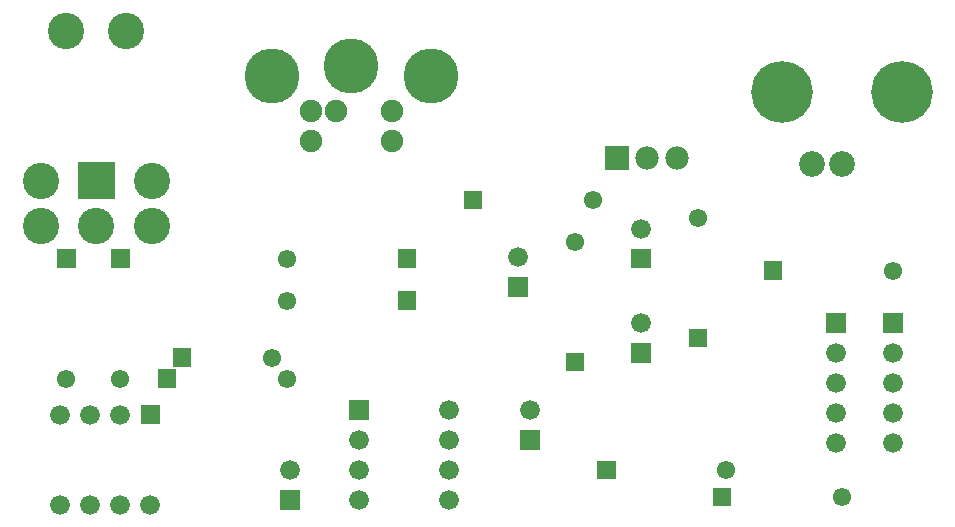
<source format=gbr>
G04 start of page 5 for group -4062 idx -4062 *
G04 Title: (unknown), soldermask *
G04 Creator: pcb 20091103 *
G04 CreationDate: Tue Aug 17 22:54:19 2010 UTC *
G04 For: fosse *
G04 Format: Gerber/RS-274X *
G04 PCB-Dimensions: 508500 383000 *
G04 PCB-Coordinate-Origin: lower left *
%MOIN*%
%FSLAX25Y25*%
%LNBACKMASK*%
%ADD15C,0.0200*%
%ADD26C,0.0860*%
%ADD33C,0.1210*%
%ADD34C,0.1835*%
%ADD35C,0.0751*%
%ADD36C,0.0610*%
%ADD37C,0.0660*%
%ADD38C,0.0780*%
%ADD39C,0.2060*%
G54D15*G36*
X120950Y193050D02*Y186950D01*
X127050D01*
Y193050D01*
X120950D01*
G37*
G54D33*X106000Y266000D03*
X126000D03*
G54D15*G36*
X109950Y222050D02*Y209950D01*
X122050D01*
Y222050D01*
X109950D01*
G37*
G54D33*X116000Y201000D03*
G54D15*G36*
X102950Y193050D02*Y186950D01*
X109050D01*
Y193050D01*
X102950D01*
G37*
G54D33*X97500Y216000D03*
X134500D03*
Y201000D03*
X97500D03*
G54D34*X201000Y254083D03*
G54D35*X195882Y239122D03*
G54D34*X227575Y250933D03*
G54D35*X214386Y239122D03*
Y229280D03*
G54D15*G36*
X216450Y193050D02*Y186950D01*
X222550D01*
Y193050D01*
X216450D01*
G37*
G54D34*X174425Y250933D03*
G54D35*X187614Y229280D03*
Y239122D03*
G54D36*X179500Y190000D03*
G54D15*G36*
X177200Y112800D02*Y106200D01*
X183800D01*
Y112800D01*
X177200D01*
G37*
G54D37*X180500Y119500D03*
X134000Y108000D03*
X124000Y138000D03*
G54D15*G36*
X200200Y142800D02*Y136200D01*
X206800D01*
Y142800D01*
X200200D01*
G37*
G54D37*X203500Y129500D03*
X114000Y138000D03*
X104000D03*
Y108000D03*
X114000D03*
G54D36*X124000Y150000D03*
G54D15*G36*
X130700Y141300D02*Y134700D01*
X137300D01*
Y141300D01*
X130700D01*
G37*
G54D37*X124000Y108000D03*
G54D15*G36*
X141450Y160050D02*Y153950D01*
X147550D01*
Y160050D01*
X141450D01*
G37*
G36*
X136450Y153050D02*Y146950D01*
X142550D01*
Y153050D01*
X136450D01*
G37*
G54D36*X106000Y150000D03*
X179500D03*
G54D15*G36*
X272450Y158550D02*Y152450D01*
X278550D01*
Y158550D01*
X272450D01*
G37*
G54D36*X275500Y195500D03*
G54D15*G36*
X253200Y183800D02*Y177200D01*
X259800D01*
Y183800D01*
X253200D01*
G37*
G54D37*X256500Y190500D03*
G54D15*G36*
X257200Y132800D02*Y126200D01*
X263800D01*
Y132800D01*
X257200D01*
G37*
G54D37*X260500Y139500D03*
G54D15*G36*
X282950Y122550D02*Y116450D01*
X289050D01*
Y122550D01*
X282950D01*
G37*
G36*
X285600Y227400D02*Y219600D01*
X293400D01*
Y227400D01*
X285600D01*
G37*
G36*
X238450Y212550D02*Y206450D01*
X244550D01*
Y212550D01*
X238450D01*
G37*
G54D36*X281500Y209500D03*
G54D15*G36*
X294200Y193300D02*Y186700D01*
X300800D01*
Y193300D01*
X294200D01*
G37*
G54D37*X297500Y200000D03*
G54D36*X316500Y203500D03*
G54D38*X299500Y223500D03*
X309500D03*
G54D39*X344500Y245500D03*
G54D36*X174500Y157000D03*
G54D37*X203500Y119500D03*
Y109500D03*
X233500D03*
Y119500D03*
Y129500D03*
Y139500D03*
G54D15*G36*
X216450Y179050D02*Y172950D01*
X222550D01*
Y179050D01*
X216450D01*
G37*
G54D36*X179500Y176000D03*
G54D26*X354500Y221500D03*
X364500D03*
G54D39*X384500Y245500D03*
G54D37*X381500Y158500D03*
G54D15*G36*
X313450Y166550D02*Y160450D01*
X319550D01*
Y166550D01*
X313450D01*
G37*
G36*
X294200Y161800D02*Y155200D01*
X300800D01*
Y161800D01*
X294200D01*
G37*
G54D37*X297500Y168500D03*
X362500Y158500D03*
X381500Y148500D03*
X362500D03*
X381500Y138500D03*
Y128500D03*
G54D36*X326000Y119500D03*
G54D37*X362500Y138500D03*
Y128500D03*
G54D15*G36*
X378200Y171800D02*Y165200D01*
X384800D01*
Y171800D01*
X378200D01*
G37*
G36*
X359200D02*Y165200D01*
X365800D01*
Y171800D01*
X359200D01*
G37*
G36*
X338450Y189050D02*Y182950D01*
X344550D01*
Y189050D01*
X338450D01*
G37*
G54D36*X381500Y186000D03*
G54D15*G36*
X321450Y113550D02*Y107450D01*
X327550D01*
Y113550D01*
X321450D01*
G37*
G54D36*X364500Y110500D03*
M02*

</source>
